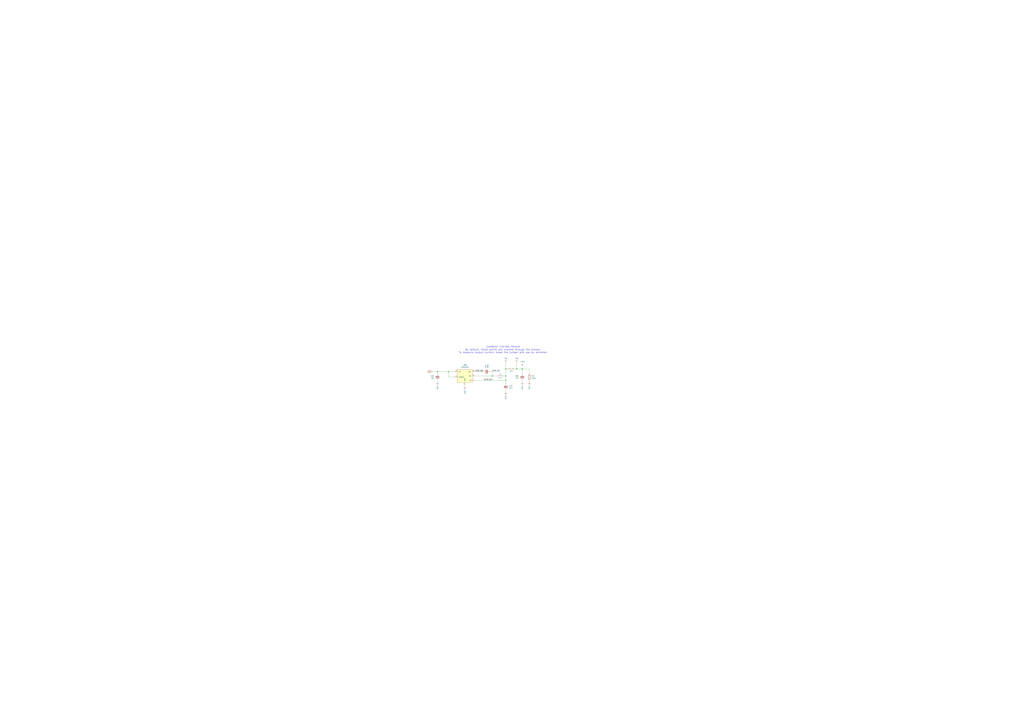
<source format=kicad_sch>
(kicad_sch (version 20231120) (generator "eeschema") (generator_version "8.0")
  (paper "A0")
  (lib_symbols
    (symbol "Connector:TestPoint" (pin_numbers hide) (pin_names (offset 0.762) hide)
      (property "Reference" "TP" (at 0 6.858 0))
      (property "Value" "TestPoint" (at 0 5.08 0))
      (symbol "TestPoint_0_1"
        (circle (center 0 3.302) (radius 0.762))
      )
      (symbol "TestPoint_1_1"
        (pin passive line (at 0 0 90) (length 2.54) (name "1") (number "1"))
      )
    )
    (symbol "Device:C" (pin_numbers hide) (pin_names (offset 0.254))
      (property "Reference" "C" (at 0.635 2.54 0))
      (property "Value" "C" (at 0.635 -2.54 0))
      (symbol "C_0_1"
        (polyline (pts (xy -2.032 -0.762) (xy 2.032 -0.762)) (stroke (width 0.508)))
        (polyline (pts (xy -2.032 0.762) (xy 2.032 0.762)) (stroke (width 0.508)))
      )
      (symbol "C_1_1"
        (pin passive line (at 0 3.81 270) (length 2.794) (name "~") (number "1"))
        (pin passive line (at 0 -3.81 90) (length 2.794) (name "~") (number "2"))
      )
    )
    (symbol "Device:L" (pin_numbers hide) (pin_names (offset 1.016) hide)
      (property "Reference" "L" (at -1.27 0 90))
      (property "Value" "L" (at 1.905 0 90))
      (symbol "L_0_1"
        (arc (start 0 -2.54) (mid 0.6323 -1.905) (end 0 -1.27))
        (arc (start 0 -1.27) (mid 0.6323 -0.635) (end 0 0))
        (arc (start 0 0) (mid 0.6323 0.635) (end 0 1.27))
        (arc (start 0 1.27) (mid 0.6323 1.905) (end 0 2.54))
      )
      (symbol "L_1_1"
        (pin passive line (at 0 3.81 270) (length 1.27) (name "1") (number "1"))
        (pin passive line (at 0 -3.81 90) (length 1.27) (name "2") (number "2"))
      )
    )
    (symbol "Device:R" (pin_numbers hide) (pin_names (offset 0))
      (property "Reference" "R" (at 2.032 0 90))
      (property "Value" "R" (at 0 0 90))
      (symbol "R_0_1"
        (rectangle (start -1.016 -2.54) (end 1.016 2.54) (stroke (width 0.254)))
      )
      (symbol "R_1_1"
        (pin passive line (at 0 3.81 270) (length 1.27) (name "~") (number "1"))
        (pin passive line (at 0 -3.81 90) (length 1.27) (name "~") (number "2"))
      )
    )
    (symbol "Jumper:Jumper_2_Bridged" (pin_numbers hide) (pin_names (offset 0) hide) (exclude_from_sim yes)
      (property "Reference" "JP" (at 0 1.905 0))
      (property "Value" "Jumper_2_Bridged" (at 0 -2.54 0))
      (symbol "Jumper_2_Bridged_0_0"
        (circle (center -2.032 0) (radius 0.508))
        (circle (center 2.032 0) (radius 0.508))
      )
      (symbol "Jumper_2_Bridged_0_1"
        (arc (start 1.524 0.254) (mid 0 0.762) (end -1.524 0.254))
      )
      (symbol "Jumper_2_Bridged_1_1"
        (pin passive line (at -5.08 0 0) (length 2.54) (name "A") (number "1"))
        (pin passive line (at 5.08 0 180) (length 2.54) (name "B") (number "2"))
      )
    )
    (symbol "acheronSymbols:AP63203WU-7" (pin_names (offset 1.016))
      (property "Reference" "U" (at 0 13.97 0))
      (property "Value" "AP6320X" (at 0 11.43 0))
      (symbol "AP63203WU-7_1_0"
        (rectangle (start -8.89 10.16) (end 8.89 -5.08) (fill (type background)))
      )
      (symbol "AP63203WU-7_1_1"
        (pin input line (at 11.43 -2.54 180) (length 2.54) (name "FB") (number "1"))
        (pin input line (at -11.43 1.27 0) (length 2.54) (name "ENABLE") (number "2"))
        (pin input line (at -11.43 7.62 0) (length 2.54) (name "VIN") (number "3"))
        (pin input line (at 0 -7.62 90) (length 2.54) (name "GND") (number "4"))
        (pin output line (at 11.43 2.54 180) (length 2.54) (name "SW") (number "5"))
        (pin input line (at 11.43 7.62 180) (length 2.54) (name "BST") (number "6"))
      )
    )
    (symbol "power:+3V3" (power) (pin_numbers hide) (pin_names (offset 0) hide)
      (property "Value" "+3V3" (at 0 3.556 0))
      (symbol "+3V3_0_1"
        (polyline (pts (xy -0.762 1.27) (xy 0 2.54)))
        (polyline (pts (xy 0 0) (xy 0 2.54)))
        (polyline (pts (xy 0 2.54) (xy 0.762 1.27)))
      )
      (symbol "+3V3_1_1"
        (pin power_in line (at 0 0 90) (length 0) (name "~") (number "1"))
      )
    )
    (symbol "power:GND" (power) (pin_numbers hide) (pin_names (offset 0) hide)
      (property "Value" "GND" (at 0 -3.81 0))
      (symbol "GND_0_1"
        (polyline (pts (xy 0 0) (xy 0 -1.27) (xy 1.27 -1.27) (xy 0 -2.54) (xy -1.27 -1.27) (xy 0 -1.27)))
      )
      (symbol "GND_1_1"
        (pin power_in line (at 0 0 270) (length 0) (name "~") (number "1"))
      )
    )
  )
  (junction (at 587.375 428.625))
  (junction (at 606.425 428.625))
  (junction (at 587.375 436.88))
  (junction (at 508 431.8))
  (junction (at 520.7 431.8))
  (junction (at 587.375 441.96))
  (junction (at 571.5 436.88))
  (junction (at 600.075 428.625))
  (wire (pts (xy 587.375 436.88) (xy 587.375 428.625)))
  (wire (pts (xy 606.425 428.625) (xy 614.68 428.625)))
  (wire (pts (xy 571.5 431.8) (xy 571.5 436.88)))
  (wire (pts (xy 587.375 422.275) (xy 587.375 428.625)))
  (wire (pts (xy 568.96 431.8) (xy 571.5 431.8)))
  (wire (pts (xy 501.65 431.8) (xy 508 431.8)))
  (wire (pts (xy 508 431.8) (xy 520.7 431.8)))
  (wire (pts (xy 606.425 441.96) (xy 606.425 444.5)))
  (wire (pts (xy 606.425 428.625) (xy 606.425 434.34)))
  (wire (pts (xy 606.425 425.45) (xy 606.425 428.625)))
  (wire (pts (xy 587.375 428.625) (xy 588.645 428.625)))
  (wire (pts (xy 551.18 431.8) (xy 561.34 431.8)))
  (wire (pts (xy 614.68 441.96) (xy 614.68 444.5)))
  (wire (pts (xy 551.18 441.96) (xy 587.375 441.96)))
  (wire (pts (xy 520.7 438.15) (xy 528.32 438.15)))
  (wire (pts (xy 600.075 428.625) (xy 606.425 428.625)))
  (wire (pts (xy 600.075 422.275) (xy 600.075 428.625)))
  (wire (pts (xy 539.75 447.04) (xy 539.75 449.58)))
  (wire (pts (xy 587.375 441.96) (xy 587.375 445.77)))
  (wire (pts (xy 587.375 436.88) (xy 587.375 441.96)))
  (wire (pts (xy 584.835 436.88) (xy 587.375 436.88)))
  (wire (pts (xy 598.805 428.625) (xy 600.075 428.625)))
  (wire (pts (xy 508 431.8) (xy 508 434.34)))
  (wire (pts (xy 508 441.96) (xy 508 444.5)))
  (wire (pts (xy 551.18 436.88) (xy 571.5 436.88)))
  (wire (pts (xy 571.5 436.88) (xy 577.215 436.88)))
  (wire (pts (xy 587.375 453.39) (xy 587.375 455.93)))
  (wire (pts (xy 520.7 431.8) (xy 528.32 431.8)))
  (wire (pts (xy 520.7 438.15) (xy 520.7 431.8)))
  (wire (pts (xy 614.68 428.625) (xy 614.68 434.34)))
  (text "CURRENT TESTING POINTS\nBy default, these points are shorted through the jumper.\nTo measure output current, break the jumper and use an ammeter." (at 584.2 406.4 0) (effects (font (size 2 2))))
  (label "DCDC_BST" (at 551.815 431.8 0))
  (label "DCDC_OUT" (at 561.975 441.96 0))
  (label "DCDC_SW" (at 571.5 431.8 0))
  (global_label "5V" (shape input) (at 501.65 431.8 180) (property "Intersheetrefs" "${INTERSHEET_REFS}" (effects (hide yes))))
  (symbol (lib_id "Device:C") (at 508 438.15 0) (mirror y) (unit 1)
    (property "Reference" "C20" (at 504.19 436.8799 0) (effects (justify left)))
    (property "Value" "10u" (at 504.19 439.4199 0) (effects (justify left)))
    (property "Footprint" "acheron_Components:C_0805_2012Metric" (effects (hide yes)))
  )
  (symbol (lib_id "power:+3V3") (at 606.425 425.45 0) (unit 1)
    (property "Reference" "#PWR0176" (effects (hide yes)))
    (property "Value" "+3V3" (at 606.425 420.37 0))
    (property "Description" "Power symbol creates a global label with name \"+3V3\"" (effects (hide yes)))
  )
  (symbol (lib_id "Connector:TestPoint") (at 587.375 422.275 0) (unit 1)
    (property "Reference" "TP1" (at 587.375 416.56 0))
    (property "Value" "Conn_01x02" (effects (hide yes)))
    (property "Footprint" "TestPoint:TestPoint_THTPad_D2.0mm_Drill1.0mm" (effects (hide yes)))
    (property "Description" "test point" (effects (hide yes)))
  )
  (symbol (lib_id "Connector:TestPoint") (at 600.075 422.275 0) (unit 1)
    (property "Reference" "TP2" (at 600.075 416.56 0))
    (property "Value" "Conn_01x02" (effects (hide yes)))
    (property "Footprint" "TestPoint:TestPoint_THTPad_D2.0mm_Drill1.0mm" (effects (hide yes)))
    (property "Description" "test point" (effects (hide yes)))
  )
  (symbol (lib_id "Device:R") (at 614.68 438.15 180) (unit 1)
    (property "Reference" "R11" (at 617.22 436.8799 0) (effects (justify right)))
    (property "Value" "100k" (at 617.22 439.4199 0) (effects (justify right)))
    (property "Footprint" "Resistor_SMD:R_0603_1608Metric" (effects (hide yes)))
  )
  (symbol (lib_id "power:GND") (at 508 444.5 0) (unit 1)
    (property "Reference" "#PWR0177" (effects (hide yes)))
    (property "Value" "GND" (at 508 448.31 90) (effects (justify right)))
  )
  (symbol (lib_id "power:GND") (at 587.375 455.93 0) (unit 1)
    (property "Reference" "#PWR0181" (effects (hide yes)))
    (property "Value" "GND" (at 587.375 459.74 90) (effects (justify right)))
  )
  (symbol (lib_id "acheronSymbols:AP63203WU-7") (at 539.75 439.42 0) (unit 1)
    (property "Reference" "U89" (at 539.75 424.18 0))
    (property "Value" "AP63203" (at 539.75 426.72 0))
    (property "Footprint" "acheron_Components:TSOT-23-6" (effects (hide yes)))
    (property "Datasheet" "https://www.diodes.com/assets/Datasheets/AP63200-AP63201-AP63203-AP63205.pdf" (effects (hide yes)))
    (property "Description" "Diodes Inc synchronous buck controller, 3.8V-32Vin, 3.3V out." (effects (hide yes)))
    (property "Package" "TSOT-23-6" (effects (hide yes)))
    (property "Manufacturer" "Dioodes Inc" (effects (hide yes)))
    (property "Manufacturer Part Number" "AP63203WU-7 " (effects (hide yes)))
    (property "Vendor Part Number" "LCSC C780769 " (effects (hide yes)))
  )
  (symbol (lib_id "power:GND") (at 539.75 449.58 0) (unit 1)
    (property "Reference" "#PWR0180" (effects (hide yes)))
    (property "Value" "GND" (at 539.75 453.39 90) (effects (justify right)))
  )
  (symbol (lib_id "Device:C") (at 587.375 449.58 0) (unit 1)
    (property "Reference" "C22" (at 591.185 448.3099 0) (effects (justify left)))
    (property "Value" "22u" (at 591.185 450.8499 0) (effects (justify left)))
    (property "Footprint" "acheron_Components:C_0805_2012Metric" (effects (hide yes)))
  )
  (symbol (lib_id "Device:L") (at 581.025 436.88 90) (unit 1)
    (property "Reference" "L1" (at 581.025 434.34 90))
    (property "Value" "4.7u" (at 581.025 438.785 90))
    (property "Footprint" "Inductor_SMD:L_0805_2012Metric" (effects (hide yes)))
    (property "Package" "L0805" (effects (hide yes)))
    (property "Manufacturer" "Murata" (effects (hide yes)))
    (property "Manufacturer Part Number" "LQM21PN4R7MGRD" (effects (hide yes)))
    (property "Vendor Part Number" "LCSC C86090" (effects (hide yes)))
  )
  (symbol (lib_id "Jumper:Jumper_2_Bridged") (at 593.725 428.625 0) (unit 1) (exclude_from_sim yes)
    (property "Reference" "JP1" (at 593.725 431.165 0))
    (property "Value" "Jumper_2_Bridged" (effects (hide yes)))
    (property "Footprint" "Jumper:SolderJumper-2_P1.3mm_Bridged_Pad1.0x1.5mm" (effects (hide yes)))
    (property "Description" "Jumper, 2-pole, closed/bridged" (effects (hide yes)))
  )
  (symbol (lib_id "Device:C") (at 606.425 438.15 180) (unit 1)
    (property "Reference" "C21" (at 602.615 439.4201 0) (effects (justify left)))
    (property "Value" "100n" (at 602.615 436.8801 0) (effects (justify left)))
    (property "Footprint" "Capacitor_SMD:C_0603_1608Metric" (effects (hide yes)))
  )
  (symbol (lib_id "power:GND") (at 614.68 444.5 0) (unit 1)
    (property "Reference" "#PWR0179" (effects (hide yes)))
    (property "Value" "GND" (at 614.68 448.31 90) (effects (justify right)))
  )
  (symbol (lib_id "Device:C") (at 565.15 431.8 90) (unit 1)
    (property "Reference" "C19" (at 563.8799 427.99 0) (effects (justify left)))
    (property "Value" "100n" (at 566.4199 427.99 0) (effects (justify left)))
    (property "Footprint" "Capacitor_SMD:C_0603_1608Metric" (effects (hide yes)))
  )
  (symbol (lib_id "power:GND") (at 606.425 444.5 0) (unit 1)
    (property "Reference" "#PWR0178" (effects (hide yes)))
    (property "Value" "GND" (at 606.425 448.31 90) (effects (justify right)))
  )
)
</source>
